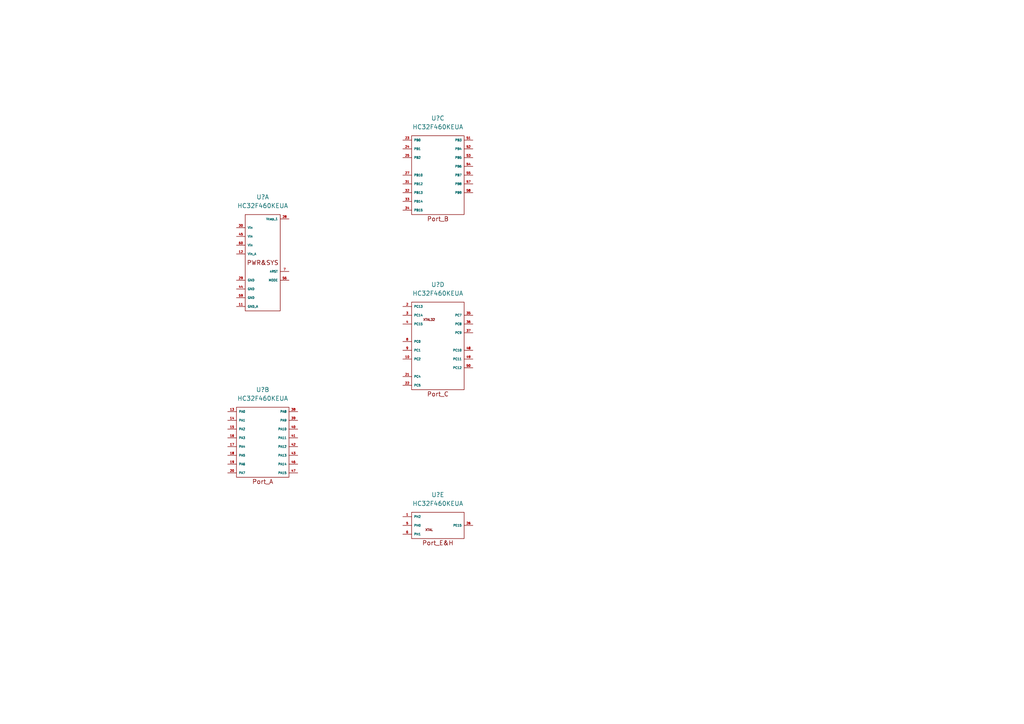
<source format=kicad_sch>
(kicad_sch (version 20211123) (generator eeschema)
  (paper "A4")
  (lib_symbols
    (symbol "Integrated-circuit_micro-controller:HC32F460KEUA" (pin_names (offset 0.635))
      (property "Reference" "U" (at -3.81 -15.24 0))
      (property "Value" "HC32F460KEUA" (at 0 15.24 0))
      (symbol "HC32F460KEUA_1_0"
        (rectangle (start -5.08 13.97) (end 5.08 -13.97))
        (text "PWR&SYS" (at 0 0 0) (effects (font (size 1.27 1.27))))
      )
      (symbol "HC32F460KEUA_1_1"
        (pin power_in line (at -7.62 -12.7 0) (length 2.54) (name "GND_A") (number "11"))
        (pin power_in line (at -7.62 2.54 0) (length 2.54) (name "Vin_A") (number "12"))
        (pin power_in line (at 7.62 12.7 180) (length 2.54) (name "Vcap_1") (number "28"))
        (pin power_in line (at -7.62 -5.08 0) (length 2.54) (name "GND") (number "29"))
        (pin power_in line (at -7.62 10.16 0) (length 2.54) (name "Vin") (number "30"))
        (pin power_in line (at -7.62 -7.62 0) (length 2.54) (name "GND") (number "44"))
        (pin power_in line (at -7.62 7.62 0) (length 2.54) (name "Vin") (number "45"))
        (pin input line (at 7.62 -5.08 180) (length 2.54) (name "MODE") (number "56"))
        (pin power_in line (at -7.62 -10.16 0) (length 2.54) (name "GND") (number "59"))
        (pin power_in line (at -7.62 5.08 0) (length 2.54) (name "Vin") (number "60"))
        (pin input line (at 7.62 -2.54 180) (length 2.54) (name "nRST") (number "7"))
      )
      (symbol "HC32F460KEUA_2_0"
        (rectangle (start -7.62 8.89) (end 7.62 -11.43))
        (text "Port_A" (at 0 -12.7 0) (effects (font (size 1.27 1.27))))
      )
      (symbol "HC32F460KEUA_2_1"
        (pin bidirectional line (at -10.16 7.62 0) (length 2.54) (name "PA0") (number "13"))
        (pin bidirectional line (at -10.16 5.08 0) (length 2.54) (name "PA1") (number "14"))
        (pin bidirectional line (at -10.16 2.54 0) (length 2.54) (name "PA2") (number "15"))
        (pin bidirectional line (at -10.16 0 0) (length 2.54) (name "PA3") (number "16"))
        (pin bidirectional line (at -10.16 -2.54 0) (length 2.54) (name "PA4") (number "17"))
        (pin bidirectional line (at -10.16 -5.08 0) (length 2.54) (name "PA5") (number "18"))
        (pin bidirectional line (at -10.16 -7.62 0) (length 2.54) (name "PA6") (number "19"))
        (pin bidirectional line (at -10.16 -10.16 0) (length 2.54) (name "PA7") (number "20"))
        (pin bidirectional line (at 10.16 7.62 180) (length 2.54) (name "PA8") (number "38"))
        (pin bidirectional line (at 10.16 5.08 180) (length 2.54) (name "PA9") (number "39"))
        (pin bidirectional line (at 10.16 2.54 180) (length 2.54) (name "PA10") (number "40"))
        (pin bidirectional line (at 10.16 0 180) (length 2.54) (name "PA11") (number "41"))
        (pin bidirectional line (at 10.16 -2.54 180) (length 2.54) (name "PA12") (number "42"))
        (pin bidirectional line (at 10.16 -5.08 180) (length 2.54) (name "PA13") (number "43"))
        (pin bidirectional line (at 10.16 -7.62 180) (length 2.54) (name "PA14") (number "46"))
        (pin bidirectional line (at 10.16 -10.16 180) (length 2.54) (name "PA15") (number "47"))
      )
      (symbol "HC32F460KEUA_3_0"
        (rectangle (start -7.62 11.43) (end 7.62 -11.43))
        (text "Port_B" (at 0 -12.7 0) (effects (font (size 1.27 1.27))))
      )
      (symbol "HC32F460KEUA_3_1"
        (pin bidirectional line (at -10.16 10.16 0) (length 2.54) (name "PB0") (number "23"))
        (pin bidirectional line (at -10.16 7.62 0) (length 2.54) (name "PB1") (number "24"))
        (pin bidirectional line (at -10.16 5.08 0) (length 2.54) (name "PB2") (number "25"))
        (pin bidirectional line (at -10.16 0 0) (length 2.54) (name "PB10") (number "27"))
        (pin bidirectional line (at -10.16 -2.54 0) (length 2.54) (name "PB12") (number "31"))
        (pin bidirectional line (at -10.16 -5.08 0) (length 2.54) (name "PB13") (number "32"))
        (pin bidirectional line (at -10.16 -7.62 0) (length 2.54) (name "PB14") (number "33"))
        (pin bidirectional line (at -10.16 -10.16 0) (length 2.54) (name "PB15") (number "34"))
        (pin bidirectional line (at 10.16 10.16 180) (length 2.54) (name "PB3") (number "51"))
        (pin bidirectional line (at 10.16 7.62 180) (length 2.54) (name "PB4") (number "52"))
        (pin bidirectional line (at 10.16 5.08 180) (length 2.54) (name "PB5") (number "53"))
        (pin bidirectional line (at 10.16 2.54 180) (length 2.54) (name "PB6") (number "54"))
        (pin bidirectional line (at 10.16 0 180) (length 2.54) (name "PB7") (number "55"))
        (pin bidirectional line (at 10.16 -2.54 180) (length 2.54) (name "PB8") (number "57"))
        (pin bidirectional line (at 10.16 -5.08 180) (length 2.54) (name "PB9") (number "58"))
      )
      (symbol "HC32F460KEUA_4_0"
        (text "Port_C" (at 0 -12.7 0) (effects (font (size 1.27 1.27))))
      )
      (symbol "HC32F460KEUA_4_1"
        (rectangle (start -7.62 13.97) (end 7.62 -11.43))
        (text "XTAL32" (at -2.54 8.89 0) (effects (font (size 0.635 0.635))))
        (pin bidirectional line (at -10.16 -2.54 0) (length 2.54) (name "PC2") (number "10"))
        (pin bidirectional line (at -10.16 12.7 0) (length 2.54) (name "PC13") (number "2"))
        (pin bidirectional line (at -10.16 -7.62 0) (length 2.54) (name "PC4") (number "21"))
        (pin bidirectional line (at -10.16 -10.16 0) (length 2.54) (name "PC5") (number "22"))
        (pin bidirectional line (at -10.16 10.16 0) (length 2.54) (name "PC14") (number "3"))
        (pin bidirectional line (at 10.16 10.16 180) (length 2.54) (name "PC7") (number "35"))
        (pin bidirectional line (at 10.16 7.62 180) (length 2.54) (name "PC8") (number "36"))
        (pin bidirectional line (at 10.16 5.08 180) (length 2.54) (name "PC9") (number "37"))
        (pin bidirectional line (at -10.16 7.62 0) (length 2.54) (name "PC15") (number "4"))
        (pin bidirectional line (at 10.16 0 180) (length 2.54) (name "PC10") (number "48"))
        (pin bidirectional line (at 10.16 -2.54 180) (length 2.54) (name "PC11") (number "49"))
        (pin bidirectional line (at 10.16 -5.08 180) (length 2.54) (name "PC12") (number "50"))
        (pin bidirectional line (at -10.16 2.54 0) (length 2.54) (name "PC0") (number "8"))
        (pin bidirectional line (at -10.16 0 0) (length 2.54) (name "PC1") (number "9"))
      )
      (symbol "HC32F460KEUA_5_0"
        (rectangle (start -7.62 3.81) (end 7.62 -3.81))
        (text "Port_E&H" (at 0 -5.08 0) (effects (font (size 1.27 1.27))))
      )
      (symbol "HC32F460KEUA_5_1"
        (text "XTAL" (at -2.54 -1.27 0) (effects (font (size 0.635 0.635))))
        (pin bidirectional line (at -10.16 2.54 0) (length 2.54) (name "PH2") (number "1"))
        (pin bidirectional line (at 10.16 0 180) (length 2.54) (name "PE15") (number "26"))
        (pin bidirectional line (at -10.16 0 0) (length 2.54) (name "PH0") (number "5"))
        (pin bidirectional line (at -10.16 -2.54 0) (length 2.54) (name "PH1") (number "6"))
      )
    )
  )
  (symbol (lib_id "Integrated-circuit_micro-controller:HC32F460KEUA") (at 127 101.6 0) (unit 4)
    (property "Reference" "U?" (at 127 82.55 0))
    (property "Value" "HC32F460KEUA" (at 127 85.09 0))
    (property "Footprint" "GENERAL_MIDDLE-SEMI_SMD:QFN-7070_60" (effects hide))
  )
  (symbol (lib_id "Integrated-circuit_micro-controller:HC32F460KEUA") (at 127 152.4 0) (unit 5)
    (property "Reference" "U?" (at 127 143.51 0))
    (property "Value" "HC32F460KEUA" (at 127 146.05 0))
    (property "Footprint" "GENERAL_MIDDLE-SEMI_SMD:QFN-7070_60" (effects hide))
  )
  (symbol (lib_id "Integrated-circuit_micro-controller:HC32F460KEUA") (at 127 50.8 0) (unit 3)
    (property "Reference" "U?" (at 127 34.29 0))
    (property "Value" "HC32F460KEUA" (at 127 36.83 0))
    (property "Footprint" "GENERAL_MIDDLE-SEMI_SMD:QFN-7070_60" (effects hide))
  )
  (symbol (lib_id "Integrated-circuit_micro-controller:HC32F460KEUA") (at 76.2 76.2 0) (unit 1)
    (property "Reference" "U?" (at 76.2 57.15 0))
    (property "Value" "HC32F460KEUA" (at 76.2 59.69 0))
    (property "Footprint" "GENERAL_MIDDLE-SEMI_SMD:QFN-7070_60" (effects hide))
  )
  (symbol (lib_id "Integrated-circuit_micro-controller:HC32F460KEUA") (at 76.2 127 0) (unit 2)
    (property "Reference" "U?" (at 76.2 113.03 0))
    (property "Value" "HC32F460KEUA" (at 76.2 115.57 0))
    (property "Footprint" "GENERAL_MIDDLE-SEMI_SMD:QFN-7070_60" (effects hide))
  )
)
</source>
